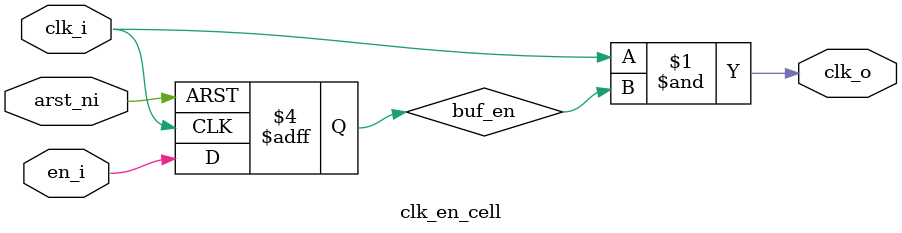
<source format=sv>
module clk_en_cell #(
) (
  input  logic arst_ni,
  input  logic clk_i,
  input  logic en_i,
  output logic clk_o
);

  //////////////////////////////////////////////////////////////////////////////////////////////////
  //-SIGNALS{{{
  //////////////////////////////////////////////////////////////////////////////////////////////////

  logic buf_en;
  
  //}}}

  //////////////////////////////////////////////////////////////////////////////////////////////////
  //-ASSIGNMENTS{{{
  //////////////////////////////////////////////////////////////////////////////////////////////////
  
  assign clk_o = clk_i & buf_en;

  //}}}

  //////////////////////////////////////////////////////////////////////////////////////////////////
  //-SEQUENTIAL{{{
  //////////////////////////////////////////////////////////////////////////////////////////////////

  always_ff @ (negedge arst_ni or negedge clk_i) begin
    if (~arst_ni) begin
      buf_en <= '0;
    end else begin
      buf_en <= en_i;
    end
  end

  //}}}

endmodule

</source>
